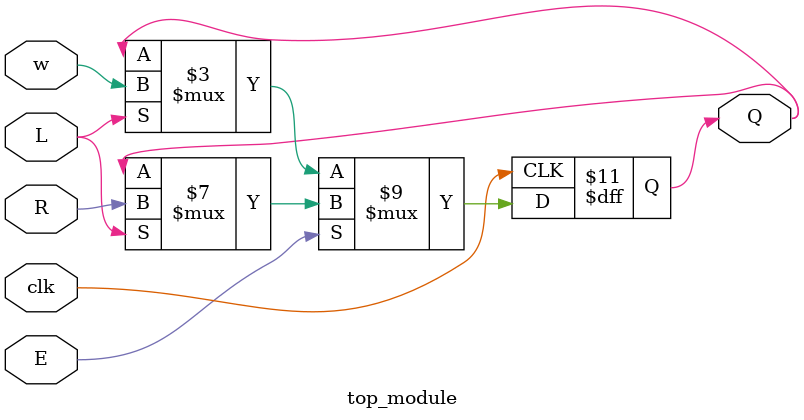
<source format=sv>
module top_module (
    input clk,
    input w,
    input R,
    input E,
    input L,
    output reg Q
);

always @(posedge clk) begin
    if (E) begin
        if (L)
            Q <= R;
        else
            Q <= Q;
    end
    else begin
        if (L)
            Q <= w;
        else
            Q <= Q;
    end
end

endmodule

</source>
